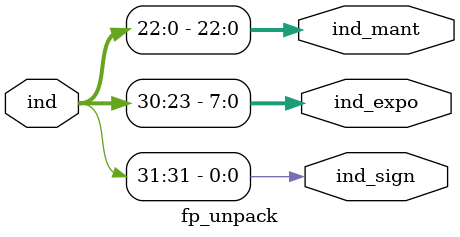
<source format=sv>
module fp_unpack #(
    parameter int unsigned SIGN_W = 1,
    parameter int unsigned EXPO_W = 8,
    parameter int unsigned MANT_W = 23
)(
    input  logic [SIGN_W + EXPO_W + MANT_W -1 : 0 ] ind       ,
    output logic [SIGN_W - 1 : 0]                   ind_sign  ,
    output logic [EXPO_W - 1 : 0]                   ind_expo  ,
    output logic [MANT_W - 1 : 0]                   ind_mant  
);

assign ind_sign   = ind[SIGN_W + EXPO_W + MANT_W - 1]   ;
assign ind_expo   = ind[EXPO_W + MANT_W - 1 : MANT_W]   ;
assign ind_mant   = ind[MANT_W - 1 : 0]                 ;

endmodule 
</source>
